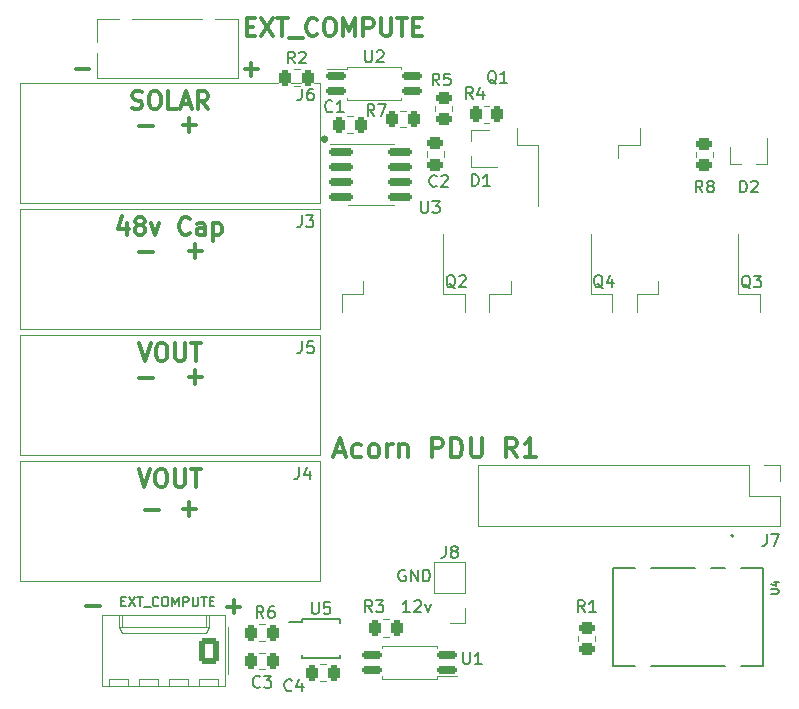
<source format=gto>
%TF.GenerationSoftware,KiCad,Pcbnew,6.0.0-rc2*%
%TF.CreationDate,2022-01-03T19:22:05-08:00*%
%TF.ProjectId,acorn-power-electronics,61636f72-6e2d-4706-9f77-65722d656c65,rev?*%
%TF.SameCoordinates,Original*%
%TF.FileFunction,Legend,Top*%
%TF.FilePolarity,Positive*%
%FSLAX46Y46*%
G04 Gerber Fmt 4.6, Leading zero omitted, Abs format (unit mm)*
G04 Created by KiCad (PCBNEW 6.0.0-rc2) date 2022-01-03 19:22:05*
%MOMM*%
%LPD*%
G01*
G04 APERTURE LIST*
G04 Aperture macros list*
%AMRoundRect*
0 Rectangle with rounded corners*
0 $1 Rounding radius*
0 $2 $3 $4 $5 $6 $7 $8 $9 X,Y pos of 4 corners*
0 Add a 4 corners polygon primitive as box body*
4,1,4,$2,$3,$4,$5,$6,$7,$8,$9,$2,$3,0*
0 Add four circle primitives for the rounded corners*
1,1,$1+$1,$2,$3*
1,1,$1+$1,$4,$5*
1,1,$1+$1,$6,$7*
1,1,$1+$1,$8,$9*
0 Add four rect primitives between the rounded corners*
20,1,$1+$1,$2,$3,$4,$5,0*
20,1,$1+$1,$4,$5,$6,$7,0*
20,1,$1+$1,$6,$7,$8,$9,0*
20,1,$1+$1,$8,$9,$2,$3,0*%
G04 Aperture macros list end*
%ADD10C,0.250000*%
%ADD11C,0.300000*%
%ADD12C,0.150000*%
%ADD13C,0.200000*%
%ADD14C,0.120000*%
%ADD15C,0.127000*%
%ADD16C,8.000000*%
%ADD17R,1.700000X1.700000*%
%ADD18O,1.700000X1.700000*%
%ADD19RoundRect,0.243750X-0.456250X0.243750X-0.456250X-0.243750X0.456250X-0.243750X0.456250X0.243750X0*%
%ADD20RoundRect,0.243750X0.243750X0.456250X-0.243750X0.456250X-0.243750X-0.456250X0.243750X-0.456250X0*%
%ADD21RoundRect,0.243750X-0.243750X-0.456250X0.243750X-0.456250X0.243750X0.456250X-0.243750X0.456250X0*%
%ADD22C,3.700000*%
%ADD23RoundRect,0.150000X-0.825000X-0.150000X0.825000X-0.150000X0.825000X0.150000X-0.825000X0.150000X0*%
%ADD24R,1.100000X0.250000*%
%ADD25R,1.100000X4.600000*%
%ADD26R,10.800000X9.400000*%
%ADD27RoundRect,0.250000X0.620000X0.845000X-0.620000X0.845000X-0.620000X-0.845000X0.620000X-0.845000X0*%
%ADD28O,1.740000X2.190000*%
%ADD29RoundRect,0.250000X0.262500X0.450000X-0.262500X0.450000X-0.262500X-0.450000X0.262500X-0.450000X0*%
%ADD30RoundRect,0.150000X-0.662500X-0.150000X0.662500X-0.150000X0.662500X0.150000X-0.662500X0.150000X0*%
%ADD31RoundRect,0.150000X0.662500X0.150000X-0.662500X0.150000X-0.662500X-0.150000X0.662500X-0.150000X0*%
%ADD32R,1.000000X2.100000*%
%ADD33RoundRect,0.250000X0.450000X-0.262500X0.450000X0.262500X-0.450000X0.262500X-0.450000X-0.262500X0*%
%ADD34C,5.000000*%
%ADD35R,0.800000X0.900000*%
%ADD36RoundRect,0.250000X-0.262500X-0.450000X0.262500X-0.450000X0.262500X0.450000X-0.262500X0.450000X0*%
%ADD37R,0.900000X0.800000*%
%ADD38RoundRect,0.250000X-0.450000X0.262500X-0.450000X-0.262500X0.450000X-0.262500X0.450000X0.262500X0*%
G04 APERTURE END LIST*
D10*
X91000000Y-97200000D02*
G75*
G03*
X91000000Y-97200000I-200000J0D01*
G01*
D11*
X91714285Y-123691000D02*
X92500000Y-123691000D01*
X91557142Y-124162428D02*
X92107142Y-122512428D01*
X92657142Y-124162428D01*
X93914285Y-124083857D02*
X93757142Y-124162428D01*
X93442857Y-124162428D01*
X93285714Y-124083857D01*
X93207142Y-124005285D01*
X93128571Y-123848142D01*
X93128571Y-123376714D01*
X93207142Y-123219571D01*
X93285714Y-123141000D01*
X93442857Y-123062428D01*
X93757142Y-123062428D01*
X93914285Y-123141000D01*
X94857142Y-124162428D02*
X94700000Y-124083857D01*
X94621428Y-124005285D01*
X94542857Y-123848142D01*
X94542857Y-123376714D01*
X94621428Y-123219571D01*
X94700000Y-123141000D01*
X94857142Y-123062428D01*
X95092857Y-123062428D01*
X95250000Y-123141000D01*
X95328571Y-123219571D01*
X95407142Y-123376714D01*
X95407142Y-123848142D01*
X95328571Y-124005285D01*
X95250000Y-124083857D01*
X95092857Y-124162428D01*
X94857142Y-124162428D01*
X96114285Y-124162428D02*
X96114285Y-123062428D01*
X96114285Y-123376714D02*
X96192857Y-123219571D01*
X96271428Y-123141000D01*
X96428571Y-123062428D01*
X96585714Y-123062428D01*
X97135714Y-123062428D02*
X97135714Y-124162428D01*
X97135714Y-123219571D02*
X97214285Y-123141000D01*
X97371428Y-123062428D01*
X97607142Y-123062428D01*
X97764285Y-123141000D01*
X97842857Y-123298142D01*
X97842857Y-124162428D01*
X99885714Y-124162428D02*
X99885714Y-122512428D01*
X100514285Y-122512428D01*
X100671428Y-122591000D01*
X100750000Y-122669571D01*
X100828571Y-122826714D01*
X100828571Y-123062428D01*
X100750000Y-123219571D01*
X100671428Y-123298142D01*
X100514285Y-123376714D01*
X99885714Y-123376714D01*
X101535714Y-124162428D02*
X101535714Y-122512428D01*
X101928571Y-122512428D01*
X102164285Y-122591000D01*
X102321428Y-122748142D01*
X102400000Y-122905285D01*
X102478571Y-123219571D01*
X102478571Y-123455285D01*
X102400000Y-123769571D01*
X102321428Y-123926714D01*
X102164285Y-124083857D01*
X101928571Y-124162428D01*
X101535714Y-124162428D01*
X103185714Y-122512428D02*
X103185714Y-123848142D01*
X103264285Y-124005285D01*
X103342857Y-124083857D01*
X103500000Y-124162428D01*
X103814285Y-124162428D01*
X103971428Y-124083857D01*
X104050000Y-124005285D01*
X104128571Y-123848142D01*
X104128571Y-122512428D01*
X107114285Y-124162428D02*
X106564285Y-123376714D01*
X106171428Y-124162428D02*
X106171428Y-122512428D01*
X106800000Y-122512428D01*
X106957142Y-122591000D01*
X107035714Y-122669571D01*
X107114285Y-122826714D01*
X107114285Y-123062428D01*
X107035714Y-123219571D01*
X106957142Y-123298142D01*
X106800000Y-123376714D01*
X106171428Y-123376714D01*
X108685714Y-124162428D02*
X107742857Y-124162428D01*
X108214285Y-124162428D02*
X108214285Y-122512428D01*
X108057142Y-122748142D01*
X107900000Y-122905285D01*
X107742857Y-122983857D01*
D12*
X98028571Y-137252380D02*
X97457142Y-137252380D01*
X97742857Y-137252380D02*
X97742857Y-136252380D01*
X97647619Y-136395238D01*
X97552380Y-136490476D01*
X97457142Y-136538095D01*
X98409523Y-136347619D02*
X98457142Y-136300000D01*
X98552380Y-136252380D01*
X98790476Y-136252380D01*
X98885714Y-136300000D01*
X98933333Y-136347619D01*
X98980952Y-136442857D01*
X98980952Y-136538095D01*
X98933333Y-136680952D01*
X98361904Y-137252380D01*
X98980952Y-137252380D01*
X99314285Y-136585714D02*
X99552380Y-137252380D01*
X99790476Y-136585714D01*
X97638095Y-133700000D02*
X97542857Y-133652380D01*
X97400000Y-133652380D01*
X97257142Y-133700000D01*
X97161904Y-133795238D01*
X97114285Y-133890476D01*
X97066666Y-134080952D01*
X97066666Y-134223809D01*
X97114285Y-134414285D01*
X97161904Y-134509523D01*
X97257142Y-134604761D01*
X97400000Y-134652380D01*
X97495238Y-134652380D01*
X97638095Y-134604761D01*
X97685714Y-134557142D01*
X97685714Y-134223809D01*
X97495238Y-134223809D01*
X98114285Y-134652380D02*
X98114285Y-133652380D01*
X98685714Y-134652380D01*
X98685714Y-133652380D01*
X99161904Y-134652380D02*
X99161904Y-133652380D01*
X99400000Y-133652380D01*
X99542857Y-133700000D01*
X99638095Y-133795238D01*
X99685714Y-133890476D01*
X99733333Y-134080952D01*
X99733333Y-134223809D01*
X99685714Y-134414285D01*
X99638095Y-134509523D01*
X99542857Y-134604761D01*
X99400000Y-134652380D01*
X99161904Y-134652380D01*
D11*
X74045428Y-104326571D02*
X74045428Y-105326571D01*
X73688285Y-103755142D02*
X73331142Y-104826571D01*
X74259714Y-104826571D01*
X75045428Y-104469428D02*
X74902571Y-104398000D01*
X74831142Y-104326571D01*
X74759714Y-104183714D01*
X74759714Y-104112285D01*
X74831142Y-103969428D01*
X74902571Y-103898000D01*
X75045428Y-103826571D01*
X75331142Y-103826571D01*
X75474000Y-103898000D01*
X75545428Y-103969428D01*
X75616857Y-104112285D01*
X75616857Y-104183714D01*
X75545428Y-104326571D01*
X75474000Y-104398000D01*
X75331142Y-104469428D01*
X75045428Y-104469428D01*
X74902571Y-104540857D01*
X74831142Y-104612285D01*
X74759714Y-104755142D01*
X74759714Y-105040857D01*
X74831142Y-105183714D01*
X74902571Y-105255142D01*
X75045428Y-105326571D01*
X75331142Y-105326571D01*
X75474000Y-105255142D01*
X75545428Y-105183714D01*
X75616857Y-105040857D01*
X75616857Y-104755142D01*
X75545428Y-104612285D01*
X75474000Y-104540857D01*
X75331142Y-104469428D01*
X76116857Y-104326571D02*
X76474000Y-105326571D01*
X76831142Y-104326571D01*
X79402571Y-105183714D02*
X79331142Y-105255142D01*
X79116857Y-105326571D01*
X78974000Y-105326571D01*
X78759714Y-105255142D01*
X78616857Y-105112285D01*
X78545428Y-104969428D01*
X78474000Y-104683714D01*
X78474000Y-104469428D01*
X78545428Y-104183714D01*
X78616857Y-104040857D01*
X78759714Y-103898000D01*
X78974000Y-103826571D01*
X79116857Y-103826571D01*
X79331142Y-103898000D01*
X79402571Y-103969428D01*
X80688285Y-105326571D02*
X80688285Y-104540857D01*
X80616857Y-104398000D01*
X80474000Y-104326571D01*
X80188285Y-104326571D01*
X80045428Y-104398000D01*
X80688285Y-105255142D02*
X80545428Y-105326571D01*
X80188285Y-105326571D01*
X80045428Y-105255142D01*
X79974000Y-105112285D01*
X79974000Y-104969428D01*
X80045428Y-104826571D01*
X80188285Y-104755142D01*
X80545428Y-104755142D01*
X80688285Y-104683714D01*
X81402571Y-104326571D02*
X81402571Y-105826571D01*
X81402571Y-104398000D02*
X81545428Y-104326571D01*
X81831142Y-104326571D01*
X81974000Y-104398000D01*
X82045428Y-104469428D01*
X82116857Y-104612285D01*
X82116857Y-105040857D01*
X82045428Y-105183714D01*
X81974000Y-105255142D01*
X81831142Y-105326571D01*
X81545428Y-105326571D01*
X81402571Y-105255142D01*
X74509714Y-94587142D02*
X74724000Y-94658571D01*
X75081142Y-94658571D01*
X75224000Y-94587142D01*
X75295428Y-94515714D01*
X75366857Y-94372857D01*
X75366857Y-94230000D01*
X75295428Y-94087142D01*
X75224000Y-94015714D01*
X75081142Y-93944285D01*
X74795428Y-93872857D01*
X74652571Y-93801428D01*
X74581142Y-93730000D01*
X74509714Y-93587142D01*
X74509714Y-93444285D01*
X74581142Y-93301428D01*
X74652571Y-93230000D01*
X74795428Y-93158571D01*
X75152571Y-93158571D01*
X75366857Y-93230000D01*
X76295428Y-93158571D02*
X76581142Y-93158571D01*
X76724000Y-93230000D01*
X76866857Y-93372857D01*
X76938285Y-93658571D01*
X76938285Y-94158571D01*
X76866857Y-94444285D01*
X76724000Y-94587142D01*
X76581142Y-94658571D01*
X76295428Y-94658571D01*
X76152571Y-94587142D01*
X76009714Y-94444285D01*
X75938285Y-94158571D01*
X75938285Y-93658571D01*
X76009714Y-93372857D01*
X76152571Y-93230000D01*
X76295428Y-93158571D01*
X78295428Y-94658571D02*
X77581142Y-94658571D01*
X77581142Y-93158571D01*
X78724000Y-94230000D02*
X79438285Y-94230000D01*
X78581142Y-94658571D02*
X79081142Y-93158571D01*
X79581142Y-94658571D01*
X80938285Y-94658571D02*
X80438285Y-93944285D01*
X80081142Y-94658571D02*
X80081142Y-93158571D01*
X80652571Y-93158571D01*
X80795428Y-93230000D01*
X80866857Y-93301428D01*
X80938285Y-93444285D01*
X80938285Y-93658571D01*
X80866857Y-93801428D01*
X80795428Y-93872857D01*
X80652571Y-93944285D01*
X80081142Y-93944285D01*
X79355142Y-96583428D02*
X79355142Y-95440571D01*
X79926571Y-96012000D02*
X78783714Y-96012000D01*
X75081142Y-114494571D02*
X75581142Y-115994571D01*
X76081142Y-114494571D01*
X76866857Y-114494571D02*
X77152571Y-114494571D01*
X77295428Y-114566000D01*
X77438285Y-114708857D01*
X77509714Y-114994571D01*
X77509714Y-115494571D01*
X77438285Y-115780285D01*
X77295428Y-115923142D01*
X77152571Y-115994571D01*
X76866857Y-115994571D01*
X76724000Y-115923142D01*
X76581142Y-115780285D01*
X76509714Y-115494571D01*
X76509714Y-114994571D01*
X76581142Y-114708857D01*
X76724000Y-114566000D01*
X76866857Y-114494571D01*
X78152571Y-114494571D02*
X78152571Y-115708857D01*
X78224000Y-115851714D01*
X78295428Y-115923142D01*
X78438285Y-115994571D01*
X78724000Y-115994571D01*
X78866857Y-115923142D01*
X78938285Y-115851714D01*
X79009714Y-115708857D01*
X79009714Y-114494571D01*
X79509714Y-114494571D02*
X80366857Y-114494571D01*
X79938285Y-115994571D02*
X79938285Y-114494571D01*
X79863142Y-117919428D02*
X79863142Y-116776571D01*
X80434571Y-117348000D02*
X79291714Y-117348000D01*
X75057142Y-125162571D02*
X75557142Y-126662571D01*
X76057142Y-125162571D01*
X76842857Y-125162571D02*
X77128571Y-125162571D01*
X77271428Y-125234000D01*
X77414285Y-125376857D01*
X77485714Y-125662571D01*
X77485714Y-126162571D01*
X77414285Y-126448285D01*
X77271428Y-126591142D01*
X77128571Y-126662571D01*
X76842857Y-126662571D01*
X76700000Y-126591142D01*
X76557142Y-126448285D01*
X76485714Y-126162571D01*
X76485714Y-125662571D01*
X76557142Y-125376857D01*
X76700000Y-125234000D01*
X76842857Y-125162571D01*
X78128571Y-125162571D02*
X78128571Y-126376857D01*
X78200000Y-126519714D01*
X78271428Y-126591142D01*
X78414285Y-126662571D01*
X78700000Y-126662571D01*
X78842857Y-126591142D01*
X78914285Y-126519714D01*
X78985714Y-126376857D01*
X78985714Y-125162571D01*
X79485714Y-125162571D02*
X80342857Y-125162571D01*
X79914285Y-126662571D02*
X79914285Y-125162571D01*
X75120571Y-106787142D02*
X76263428Y-106787142D01*
X75120571Y-96119142D02*
X76263428Y-96119142D01*
X79863142Y-107251428D02*
X79863142Y-106108571D01*
X80434571Y-106680000D02*
X79291714Y-106680000D01*
X75628571Y-128631142D02*
X76771428Y-128631142D01*
X79355142Y-129095428D02*
X79355142Y-127952571D01*
X79926571Y-128524000D02*
X78783714Y-128524000D01*
X75120571Y-117455142D02*
X76263428Y-117455142D01*
X84242857Y-87692857D02*
X84742857Y-87692857D01*
X84957142Y-88478571D02*
X84242857Y-88478571D01*
X84242857Y-86978571D01*
X84957142Y-86978571D01*
X85457142Y-86978571D02*
X86457142Y-88478571D01*
X86457142Y-86978571D02*
X85457142Y-88478571D01*
X86814285Y-86978571D02*
X87671428Y-86978571D01*
X87242857Y-88478571D02*
X87242857Y-86978571D01*
X87814285Y-88621428D02*
X88957142Y-88621428D01*
X90171428Y-88335714D02*
X90100000Y-88407142D01*
X89885714Y-88478571D01*
X89742857Y-88478571D01*
X89528571Y-88407142D01*
X89385714Y-88264285D01*
X89314285Y-88121428D01*
X89242857Y-87835714D01*
X89242857Y-87621428D01*
X89314285Y-87335714D01*
X89385714Y-87192857D01*
X89528571Y-87050000D01*
X89742857Y-86978571D01*
X89885714Y-86978571D01*
X90100000Y-87050000D01*
X90171428Y-87121428D01*
X91100000Y-86978571D02*
X91385714Y-86978571D01*
X91528571Y-87050000D01*
X91671428Y-87192857D01*
X91742857Y-87478571D01*
X91742857Y-87978571D01*
X91671428Y-88264285D01*
X91528571Y-88407142D01*
X91385714Y-88478571D01*
X91100000Y-88478571D01*
X90957142Y-88407142D01*
X90814285Y-88264285D01*
X90742857Y-87978571D01*
X90742857Y-87478571D01*
X90814285Y-87192857D01*
X90957142Y-87050000D01*
X91100000Y-86978571D01*
X92385714Y-88478571D02*
X92385714Y-86978571D01*
X92885714Y-88050000D01*
X93385714Y-86978571D01*
X93385714Y-88478571D01*
X94100000Y-88478571D02*
X94100000Y-86978571D01*
X94671428Y-86978571D01*
X94814285Y-87050000D01*
X94885714Y-87121428D01*
X94957142Y-87264285D01*
X94957142Y-87478571D01*
X94885714Y-87621428D01*
X94814285Y-87692857D01*
X94671428Y-87764285D01*
X94100000Y-87764285D01*
X95600000Y-86978571D02*
X95600000Y-88192857D01*
X95671428Y-88335714D01*
X95742857Y-88407142D01*
X95885714Y-88478571D01*
X96171428Y-88478571D01*
X96314285Y-88407142D01*
X96385714Y-88335714D01*
X96457142Y-88192857D01*
X96457142Y-86978571D01*
X96957142Y-86978571D02*
X97814285Y-86978571D01*
X97385714Y-88478571D02*
X97385714Y-86978571D01*
X98314285Y-87692857D02*
X98814285Y-87692857D01*
X99028571Y-88478571D02*
X98314285Y-88478571D01*
X98314285Y-86978571D01*
X99028571Y-86978571D01*
D13*
X73576190Y-136342857D02*
X73842857Y-136342857D01*
X73957142Y-136761904D02*
X73576190Y-136761904D01*
X73576190Y-135961904D01*
X73957142Y-135961904D01*
X74223809Y-135961904D02*
X74757142Y-136761904D01*
X74757142Y-135961904D02*
X74223809Y-136761904D01*
X74947619Y-135961904D02*
X75404761Y-135961904D01*
X75176190Y-136761904D02*
X75176190Y-135961904D01*
X75480952Y-136838095D02*
X76090476Y-136838095D01*
X76738095Y-136685714D02*
X76700000Y-136723809D01*
X76585714Y-136761904D01*
X76509523Y-136761904D01*
X76395238Y-136723809D01*
X76319047Y-136647619D01*
X76280952Y-136571428D01*
X76242857Y-136419047D01*
X76242857Y-136304761D01*
X76280952Y-136152380D01*
X76319047Y-136076190D01*
X76395238Y-136000000D01*
X76509523Y-135961904D01*
X76585714Y-135961904D01*
X76700000Y-136000000D01*
X76738095Y-136038095D01*
X77233333Y-135961904D02*
X77385714Y-135961904D01*
X77461904Y-136000000D01*
X77538095Y-136076190D01*
X77576190Y-136228571D01*
X77576190Y-136495238D01*
X77538095Y-136647619D01*
X77461904Y-136723809D01*
X77385714Y-136761904D01*
X77233333Y-136761904D01*
X77157142Y-136723809D01*
X77080952Y-136647619D01*
X77042857Y-136495238D01*
X77042857Y-136228571D01*
X77080952Y-136076190D01*
X77157142Y-136000000D01*
X77233333Y-135961904D01*
X77919047Y-136761904D02*
X77919047Y-135961904D01*
X78185714Y-136533333D01*
X78452380Y-135961904D01*
X78452380Y-136761904D01*
X78833333Y-136761904D02*
X78833333Y-135961904D01*
X79138095Y-135961904D01*
X79214285Y-136000000D01*
X79252380Y-136038095D01*
X79290476Y-136114285D01*
X79290476Y-136228571D01*
X79252380Y-136304761D01*
X79214285Y-136342857D01*
X79138095Y-136380952D01*
X78833333Y-136380952D01*
X79633333Y-135961904D02*
X79633333Y-136609523D01*
X79671428Y-136685714D01*
X79709523Y-136723809D01*
X79785714Y-136761904D01*
X79938095Y-136761904D01*
X80014285Y-136723809D01*
X80052380Y-136685714D01*
X80090476Y-136609523D01*
X80090476Y-135961904D01*
X80357142Y-135961904D02*
X80814285Y-135961904D01*
X80585714Y-136761904D02*
X80585714Y-135961904D01*
X81080952Y-136342857D02*
X81347619Y-136342857D01*
X81461904Y-136761904D02*
X81080952Y-136761904D01*
X81080952Y-135961904D01*
X81461904Y-135961904D01*
D11*
X70628571Y-136707142D02*
X71771428Y-136707142D01*
X84607142Y-91871428D02*
X84607142Y-90728571D01*
X85178571Y-91300000D02*
X84035714Y-91300000D01*
X69728571Y-91307142D02*
X70871428Y-91307142D01*
X83107142Y-137371428D02*
X83107142Y-136228571D01*
X83678571Y-136800000D02*
X82535714Y-136800000D01*
D12*
X88640666Y-124992380D02*
X88640666Y-125706666D01*
X88593047Y-125849523D01*
X88497809Y-125944761D01*
X88354952Y-125992380D01*
X88259714Y-125992380D01*
X89545428Y-125325714D02*
X89545428Y-125992380D01*
X89307333Y-124944761D02*
X89069238Y-125659047D01*
X89688285Y-125659047D01*
X128266666Y-130652380D02*
X128266666Y-131366666D01*
X128219047Y-131509523D01*
X128123809Y-131604761D01*
X127980952Y-131652380D01*
X127885714Y-131652380D01*
X128647619Y-130652380D02*
X129314285Y-130652380D01*
X128885714Y-131652380D01*
X100305333Y-101162142D02*
X100257714Y-101209761D01*
X100114857Y-101257380D01*
X100019619Y-101257380D01*
X99876761Y-101209761D01*
X99781523Y-101114523D01*
X99733904Y-101019285D01*
X99686285Y-100828809D01*
X99686285Y-100685952D01*
X99733904Y-100495476D01*
X99781523Y-100400238D01*
X99876761Y-100305000D01*
X100019619Y-100257380D01*
X100114857Y-100257380D01*
X100257714Y-100305000D01*
X100305333Y-100352619D01*
X100686285Y-100352619D02*
X100733904Y-100305000D01*
X100829142Y-100257380D01*
X101067238Y-100257380D01*
X101162476Y-100305000D01*
X101210095Y-100352619D01*
X101257714Y-100447857D01*
X101257714Y-100543095D01*
X101210095Y-100685952D01*
X100638666Y-101257380D01*
X101257714Y-101257380D01*
X85633333Y-137752380D02*
X85300000Y-137276190D01*
X85061904Y-137752380D02*
X85061904Y-136752380D01*
X85442857Y-136752380D01*
X85538095Y-136800000D01*
X85585714Y-136847619D01*
X85633333Y-136942857D01*
X85633333Y-137085714D01*
X85585714Y-137180952D01*
X85538095Y-137228571D01*
X85442857Y-137276190D01*
X85061904Y-137276190D01*
X86490476Y-136752380D02*
X86300000Y-136752380D01*
X86204761Y-136800000D01*
X86157142Y-136847619D01*
X86061904Y-136990476D01*
X86014285Y-137180952D01*
X86014285Y-137561904D01*
X86061904Y-137657142D01*
X86109523Y-137704761D01*
X86204761Y-137752380D01*
X86395238Y-137752380D01*
X86490476Y-137704761D01*
X86538095Y-137657142D01*
X86585714Y-137561904D01*
X86585714Y-137323809D01*
X86538095Y-137228571D01*
X86490476Y-137180952D01*
X86395238Y-137133333D01*
X86204761Y-137133333D01*
X86109523Y-137180952D01*
X86061904Y-137228571D01*
X86014285Y-137323809D01*
X95017333Y-95242380D02*
X94684000Y-94766190D01*
X94445904Y-95242380D02*
X94445904Y-94242380D01*
X94826857Y-94242380D01*
X94922095Y-94290000D01*
X94969714Y-94337619D01*
X95017333Y-94432857D01*
X95017333Y-94575714D01*
X94969714Y-94670952D01*
X94922095Y-94718571D01*
X94826857Y-94766190D01*
X94445904Y-94766190D01*
X95350666Y-94242380D02*
X96017333Y-94242380D01*
X95588761Y-95242380D01*
X101066666Y-131652380D02*
X101066666Y-132366666D01*
X101019047Y-132509523D01*
X100923809Y-132604761D01*
X100780952Y-132652380D01*
X100685714Y-132652380D01*
X101685714Y-132080952D02*
X101590476Y-132033333D01*
X101542857Y-131985714D01*
X101495238Y-131890476D01*
X101495238Y-131842857D01*
X101542857Y-131747619D01*
X101590476Y-131700000D01*
X101685714Y-131652380D01*
X101876190Y-131652380D01*
X101971428Y-131700000D01*
X102019047Y-131747619D01*
X102066666Y-131842857D01*
X102066666Y-131890476D01*
X102019047Y-131985714D01*
X101971428Y-132033333D01*
X101876190Y-132080952D01*
X101685714Y-132080952D01*
X101590476Y-132128571D01*
X101542857Y-132176190D01*
X101495238Y-132271428D01*
X101495238Y-132461904D01*
X101542857Y-132557142D01*
X101590476Y-132604761D01*
X101685714Y-132652380D01*
X101876190Y-132652380D01*
X101971428Y-132604761D01*
X102019047Y-132557142D01*
X102066666Y-132461904D01*
X102066666Y-132271428D01*
X102019047Y-132176190D01*
X101971428Y-132128571D01*
X101876190Y-132080952D01*
X88890666Y-114324380D02*
X88890666Y-115038666D01*
X88843047Y-115181523D01*
X88747809Y-115276761D01*
X88604952Y-115324380D01*
X88509714Y-115324380D01*
X89843047Y-114324380D02*
X89366857Y-114324380D01*
X89319238Y-114800571D01*
X89366857Y-114752952D01*
X89462095Y-114705333D01*
X89700190Y-114705333D01*
X89795428Y-114752952D01*
X89843047Y-114800571D01*
X89890666Y-114895809D01*
X89890666Y-115133904D01*
X89843047Y-115229142D01*
X89795428Y-115276761D01*
X89700190Y-115324380D01*
X89462095Y-115324380D01*
X89366857Y-115276761D01*
X89319238Y-115229142D01*
X91460333Y-94829142D02*
X91412714Y-94876761D01*
X91269857Y-94924380D01*
X91174619Y-94924380D01*
X91031761Y-94876761D01*
X90936523Y-94781523D01*
X90888904Y-94686285D01*
X90841285Y-94495809D01*
X90841285Y-94352952D01*
X90888904Y-94162476D01*
X90936523Y-94067238D01*
X91031761Y-93972000D01*
X91174619Y-93924380D01*
X91269857Y-93924380D01*
X91412714Y-93972000D01*
X91460333Y-94019619D01*
X92412714Y-94924380D02*
X91841285Y-94924380D01*
X92127000Y-94924380D02*
X92127000Y-93924380D01*
X92031761Y-94067238D01*
X91936523Y-94162476D01*
X91841285Y-94210095D01*
X88866666Y-103656380D02*
X88866666Y-104370666D01*
X88819047Y-104513523D01*
X88723809Y-104608761D01*
X88580952Y-104656380D01*
X88485714Y-104656380D01*
X89247619Y-103656380D02*
X89866666Y-103656380D01*
X89533333Y-104037333D01*
X89676190Y-104037333D01*
X89771428Y-104084952D01*
X89819047Y-104132571D01*
X89866666Y-104227809D01*
X89866666Y-104465904D01*
X89819047Y-104561142D01*
X89771428Y-104608761D01*
X89676190Y-104656380D01*
X89390476Y-104656380D01*
X89295238Y-104608761D01*
X89247619Y-104561142D01*
X85333333Y-143557142D02*
X85285714Y-143604761D01*
X85142857Y-143652380D01*
X85047619Y-143652380D01*
X84904761Y-143604761D01*
X84809523Y-143509523D01*
X84761904Y-143414285D01*
X84714285Y-143223809D01*
X84714285Y-143080952D01*
X84761904Y-142890476D01*
X84809523Y-142795238D01*
X84904761Y-142700000D01*
X85047619Y-142652380D01*
X85142857Y-142652380D01*
X85285714Y-142700000D01*
X85333333Y-142747619D01*
X85666666Y-142652380D02*
X86285714Y-142652380D01*
X85952380Y-143033333D01*
X86095238Y-143033333D01*
X86190476Y-143080952D01*
X86238095Y-143128571D01*
X86285714Y-143223809D01*
X86285714Y-143461904D01*
X86238095Y-143557142D01*
X86190476Y-143604761D01*
X86095238Y-143652380D01*
X85809523Y-143652380D01*
X85714285Y-143604761D01*
X85666666Y-143557142D01*
X98988095Y-102452380D02*
X98988095Y-103261904D01*
X99035714Y-103357142D01*
X99083333Y-103404761D01*
X99178571Y-103452380D01*
X99369047Y-103452380D01*
X99464285Y-103404761D01*
X99511904Y-103357142D01*
X99559523Y-103261904D01*
X99559523Y-102452380D01*
X99940476Y-102452380D02*
X100559523Y-102452380D01*
X100226190Y-102833333D01*
X100369047Y-102833333D01*
X100464285Y-102880952D01*
X100511904Y-102928571D01*
X100559523Y-103023809D01*
X100559523Y-103261904D01*
X100511904Y-103357142D01*
X100464285Y-103404761D01*
X100369047Y-103452380D01*
X100083333Y-103452380D01*
X99988095Y-103404761D01*
X99940476Y-103357142D01*
X88890666Y-92924380D02*
X88890666Y-93638666D01*
X88843047Y-93781523D01*
X88747809Y-93876761D01*
X88604952Y-93924380D01*
X88509714Y-93924380D01*
X89795428Y-92924380D02*
X89604952Y-92924380D01*
X89509714Y-92972000D01*
X89462095Y-93019619D01*
X89366857Y-93162476D01*
X89319238Y-93352952D01*
X89319238Y-93733904D01*
X89366857Y-93829142D01*
X89414476Y-93876761D01*
X89509714Y-93924380D01*
X89700190Y-93924380D01*
X89795428Y-93876761D01*
X89843047Y-93829142D01*
X89890666Y-93733904D01*
X89890666Y-93495809D01*
X89843047Y-93400571D01*
X89795428Y-93352952D01*
X89700190Y-93305333D01*
X89509714Y-93305333D01*
X89414476Y-93352952D01*
X89366857Y-93400571D01*
X89319238Y-93495809D01*
X88033333Y-143857142D02*
X87985714Y-143904761D01*
X87842857Y-143952380D01*
X87747619Y-143952380D01*
X87604761Y-143904761D01*
X87509523Y-143809523D01*
X87461904Y-143714285D01*
X87414285Y-143523809D01*
X87414285Y-143380952D01*
X87461904Y-143190476D01*
X87509523Y-143095238D01*
X87604761Y-143000000D01*
X87747619Y-142952380D01*
X87842857Y-142952380D01*
X87985714Y-143000000D01*
X88033333Y-143047619D01*
X88890476Y-143285714D02*
X88890476Y-143952380D01*
X88652380Y-142904761D02*
X88414285Y-143619047D01*
X89033333Y-143619047D01*
X88270833Y-90802380D02*
X87937500Y-90326190D01*
X87699404Y-90802380D02*
X87699404Y-89802380D01*
X88080357Y-89802380D01*
X88175595Y-89850000D01*
X88223214Y-89897619D01*
X88270833Y-89992857D01*
X88270833Y-90135714D01*
X88223214Y-90230952D01*
X88175595Y-90278571D01*
X88080357Y-90326190D01*
X87699404Y-90326190D01*
X88651785Y-89897619D02*
X88699404Y-89850000D01*
X88794642Y-89802380D01*
X89032738Y-89802380D01*
X89127976Y-89850000D01*
X89175595Y-89897619D01*
X89223214Y-89992857D01*
X89223214Y-90088095D01*
X89175595Y-90230952D01*
X88604166Y-90802380D01*
X89223214Y-90802380D01*
X89738095Y-136402380D02*
X89738095Y-137211904D01*
X89785714Y-137307142D01*
X89833333Y-137354761D01*
X89928571Y-137402380D01*
X90119047Y-137402380D01*
X90214285Y-137354761D01*
X90261904Y-137307142D01*
X90309523Y-137211904D01*
X90309523Y-136402380D01*
X91261904Y-136402380D02*
X90785714Y-136402380D01*
X90738095Y-136878571D01*
X90785714Y-136830952D01*
X90880952Y-136783333D01*
X91119047Y-136783333D01*
X91214285Y-136830952D01*
X91261904Y-136878571D01*
X91309523Y-136973809D01*
X91309523Y-137211904D01*
X91261904Y-137307142D01*
X91214285Y-137354761D01*
X91119047Y-137402380D01*
X90880952Y-137402380D01*
X90785714Y-137354761D01*
X90738095Y-137307142D01*
X114368761Y-109829619D02*
X114273523Y-109782000D01*
X114178285Y-109686761D01*
X114035428Y-109543904D01*
X113940190Y-109496285D01*
X113844952Y-109496285D01*
X113892571Y-109734380D02*
X113797333Y-109686761D01*
X113702095Y-109591523D01*
X113654476Y-109401047D01*
X113654476Y-109067714D01*
X113702095Y-108877238D01*
X113797333Y-108782000D01*
X113892571Y-108734380D01*
X114083047Y-108734380D01*
X114178285Y-108782000D01*
X114273523Y-108877238D01*
X114321142Y-109067714D01*
X114321142Y-109401047D01*
X114273523Y-109591523D01*
X114178285Y-109686761D01*
X114083047Y-109734380D01*
X113892571Y-109734380D01*
X115178285Y-109067714D02*
X115178285Y-109734380D01*
X114940190Y-108686761D02*
X114702095Y-109401047D01*
X115321142Y-109401047D01*
X103357333Y-93813316D02*
X103024000Y-93337126D01*
X102785904Y-93813316D02*
X102785904Y-92813316D01*
X103166857Y-92813316D01*
X103262095Y-92860936D01*
X103309714Y-92908555D01*
X103357333Y-93003793D01*
X103357333Y-93146650D01*
X103309714Y-93241888D01*
X103262095Y-93289507D01*
X103166857Y-93337126D01*
X102785904Y-93337126D01*
X104214476Y-93146650D02*
X104214476Y-93813316D01*
X103976380Y-92765697D02*
X103738285Y-93479983D01*
X104357333Y-93479983D01*
X105360761Y-92529619D02*
X105265523Y-92482000D01*
X105170285Y-92386761D01*
X105027428Y-92243904D01*
X104932190Y-92196285D01*
X104836952Y-92196285D01*
X104884571Y-92434380D02*
X104789333Y-92386761D01*
X104694095Y-92291523D01*
X104646476Y-92101047D01*
X104646476Y-91767714D01*
X104694095Y-91577238D01*
X104789333Y-91482000D01*
X104884571Y-91434380D01*
X105075047Y-91434380D01*
X105170285Y-91482000D01*
X105265523Y-91577238D01*
X105313142Y-91767714D01*
X105313142Y-92101047D01*
X105265523Y-92291523D01*
X105170285Y-92386761D01*
X105075047Y-92434380D01*
X104884571Y-92434380D01*
X106265523Y-92434380D02*
X105694095Y-92434380D01*
X105979809Y-92434380D02*
X105979809Y-91434380D01*
X105884571Y-91577238D01*
X105789333Y-91672476D01*
X105694095Y-91720095D01*
X101868761Y-109829619D02*
X101773523Y-109782000D01*
X101678285Y-109686761D01*
X101535428Y-109543904D01*
X101440190Y-109496285D01*
X101344952Y-109496285D01*
X101392571Y-109734380D02*
X101297333Y-109686761D01*
X101202095Y-109591523D01*
X101154476Y-109401047D01*
X101154476Y-109067714D01*
X101202095Y-108877238D01*
X101297333Y-108782000D01*
X101392571Y-108734380D01*
X101583047Y-108734380D01*
X101678285Y-108782000D01*
X101773523Y-108877238D01*
X101821142Y-109067714D01*
X101821142Y-109401047D01*
X101773523Y-109591523D01*
X101678285Y-109686761D01*
X101583047Y-109734380D01*
X101392571Y-109734380D01*
X102202095Y-108829619D02*
X102249714Y-108782000D01*
X102344952Y-108734380D01*
X102583047Y-108734380D01*
X102678285Y-108782000D01*
X102725904Y-108829619D01*
X102773523Y-108924857D01*
X102773523Y-109020095D01*
X102725904Y-109162952D01*
X102154476Y-109734380D01*
X102773523Y-109734380D01*
X126868761Y-109853619D02*
X126773523Y-109806000D01*
X126678285Y-109710761D01*
X126535428Y-109567904D01*
X126440190Y-109520285D01*
X126344952Y-109520285D01*
X126392571Y-109758380D02*
X126297333Y-109710761D01*
X126202095Y-109615523D01*
X126154476Y-109425047D01*
X126154476Y-109091714D01*
X126202095Y-108901238D01*
X126297333Y-108806000D01*
X126392571Y-108758380D01*
X126583047Y-108758380D01*
X126678285Y-108806000D01*
X126773523Y-108901238D01*
X126821142Y-109091714D01*
X126821142Y-109425047D01*
X126773523Y-109615523D01*
X126678285Y-109710761D01*
X126583047Y-109758380D01*
X126392571Y-109758380D01*
X127154476Y-108758380D02*
X127773523Y-108758380D01*
X127440190Y-109139333D01*
X127583047Y-109139333D01*
X127678285Y-109186952D01*
X127725904Y-109234571D01*
X127773523Y-109329809D01*
X127773523Y-109567904D01*
X127725904Y-109663142D01*
X127678285Y-109710761D01*
X127583047Y-109758380D01*
X127297333Y-109758380D01*
X127202095Y-109710761D01*
X127154476Y-109663142D01*
X94238095Y-89702380D02*
X94238095Y-90511904D01*
X94285714Y-90607142D01*
X94333333Y-90654761D01*
X94428571Y-90702380D01*
X94619047Y-90702380D01*
X94714285Y-90654761D01*
X94761904Y-90607142D01*
X94809523Y-90511904D01*
X94809523Y-89702380D01*
X95238095Y-89797619D02*
X95285714Y-89750000D01*
X95380952Y-89702380D01*
X95619047Y-89702380D01*
X95714285Y-89750000D01*
X95761904Y-89797619D01*
X95809523Y-89892857D01*
X95809523Y-89988095D01*
X95761904Y-90130952D01*
X95190476Y-90702380D01*
X95809523Y-90702380D01*
X102538095Y-140652380D02*
X102538095Y-141461904D01*
X102585714Y-141557142D01*
X102633333Y-141604761D01*
X102728571Y-141652380D01*
X102919047Y-141652380D01*
X103014285Y-141604761D01*
X103061904Y-141557142D01*
X103109523Y-141461904D01*
X103109523Y-140652380D01*
X104109523Y-141652380D02*
X103538095Y-141652380D01*
X103823809Y-141652380D02*
X103823809Y-140652380D01*
X103728571Y-140795238D01*
X103633333Y-140890476D01*
X103538095Y-140938095D01*
X128623474Y-135679468D02*
X129144356Y-135679468D01*
X129205636Y-135648828D01*
X129236276Y-135618188D01*
X129266916Y-135556908D01*
X129266916Y-135434347D01*
X129236276Y-135373067D01*
X129205636Y-135342427D01*
X129144356Y-135311787D01*
X128623474Y-135311787D01*
X128837955Y-134729625D02*
X129266916Y-134729625D01*
X128592834Y-134882826D02*
X129052436Y-135036026D01*
X129052436Y-134637705D01*
X100525333Y-92652380D02*
X100192000Y-92176190D01*
X99953904Y-92652380D02*
X99953904Y-91652380D01*
X100334857Y-91652380D01*
X100430095Y-91700000D01*
X100477714Y-91747619D01*
X100525333Y-91842857D01*
X100525333Y-91985714D01*
X100477714Y-92080952D01*
X100430095Y-92128571D01*
X100334857Y-92176190D01*
X99953904Y-92176190D01*
X101430095Y-91652380D02*
X100953904Y-91652380D01*
X100906285Y-92128571D01*
X100953904Y-92080952D01*
X101049142Y-92033333D01*
X101287238Y-92033333D01*
X101382476Y-92080952D01*
X101430095Y-92128571D01*
X101477714Y-92223809D01*
X101477714Y-92461904D01*
X101430095Y-92557142D01*
X101382476Y-92604761D01*
X101287238Y-92652380D01*
X101049142Y-92652380D01*
X100953904Y-92604761D01*
X100906285Y-92557142D01*
X125979904Y-101718380D02*
X125979904Y-100718380D01*
X126218000Y-100718380D01*
X126360857Y-100766000D01*
X126456095Y-100861238D01*
X126503714Y-100956476D01*
X126551333Y-101146952D01*
X126551333Y-101289809D01*
X126503714Y-101480285D01*
X126456095Y-101575523D01*
X126360857Y-101670761D01*
X126218000Y-101718380D01*
X125979904Y-101718380D01*
X126932285Y-100813619D02*
X126979904Y-100766000D01*
X127075142Y-100718380D01*
X127313238Y-100718380D01*
X127408476Y-100766000D01*
X127456095Y-100813619D01*
X127503714Y-100908857D01*
X127503714Y-101004095D01*
X127456095Y-101146952D01*
X126884666Y-101718380D01*
X127503714Y-101718380D01*
X94833333Y-137252380D02*
X94500000Y-136776190D01*
X94261904Y-137252380D02*
X94261904Y-136252380D01*
X94642857Y-136252380D01*
X94738095Y-136300000D01*
X94785714Y-136347619D01*
X94833333Y-136442857D01*
X94833333Y-136585714D01*
X94785714Y-136680952D01*
X94738095Y-136728571D01*
X94642857Y-136776190D01*
X94261904Y-136776190D01*
X95166666Y-136252380D02*
X95785714Y-136252380D01*
X95452380Y-136633333D01*
X95595238Y-136633333D01*
X95690476Y-136680952D01*
X95738095Y-136728571D01*
X95785714Y-136823809D01*
X95785714Y-137061904D01*
X95738095Y-137157142D01*
X95690476Y-137204761D01*
X95595238Y-137252380D01*
X95309523Y-137252380D01*
X95214285Y-137204761D01*
X95166666Y-137157142D01*
X103287904Y-101174380D02*
X103287904Y-100174380D01*
X103526000Y-100174380D01*
X103668857Y-100222000D01*
X103764095Y-100317238D01*
X103811714Y-100412476D01*
X103859333Y-100602952D01*
X103859333Y-100745809D01*
X103811714Y-100936285D01*
X103764095Y-101031523D01*
X103668857Y-101126761D01*
X103526000Y-101174380D01*
X103287904Y-101174380D01*
X104811714Y-101174380D02*
X104240285Y-101174380D01*
X104526000Y-101174380D02*
X104526000Y-100174380D01*
X104430761Y-100317238D01*
X104335523Y-100412476D01*
X104240285Y-100460095D01*
X112833333Y-137252380D02*
X112500000Y-136776190D01*
X112261904Y-137252380D02*
X112261904Y-136252380D01*
X112642857Y-136252380D01*
X112738095Y-136300000D01*
X112785714Y-136347619D01*
X112833333Y-136442857D01*
X112833333Y-136585714D01*
X112785714Y-136680952D01*
X112738095Y-136728571D01*
X112642857Y-136776190D01*
X112261904Y-136776190D01*
X113785714Y-137252380D02*
X113214285Y-137252380D01*
X113500000Y-137252380D02*
X113500000Y-136252380D01*
X113404761Y-136395238D01*
X113309523Y-136490476D01*
X113214285Y-136538095D01*
X122801333Y-101718380D02*
X122468000Y-101242190D01*
X122229904Y-101718380D02*
X122229904Y-100718380D01*
X122610857Y-100718380D01*
X122706095Y-100766000D01*
X122753714Y-100813619D01*
X122801333Y-100908857D01*
X122801333Y-101051714D01*
X122753714Y-101146952D01*
X122706095Y-101194571D01*
X122610857Y-101242190D01*
X122229904Y-101242190D01*
X123372761Y-101146952D02*
X123277523Y-101099333D01*
X123229904Y-101051714D01*
X123182285Y-100956476D01*
X123182285Y-100908857D01*
X123229904Y-100813619D01*
X123277523Y-100766000D01*
X123372761Y-100718380D01*
X123563238Y-100718380D01*
X123658476Y-100766000D01*
X123706095Y-100813619D01*
X123753714Y-100908857D01*
X123753714Y-100956476D01*
X123706095Y-101051714D01*
X123658476Y-101099333D01*
X123563238Y-101146952D01*
X123372761Y-101146952D01*
X123277523Y-101194571D01*
X123229904Y-101242190D01*
X123182285Y-101337428D01*
X123182285Y-101527904D01*
X123229904Y-101623142D01*
X123277523Y-101670761D01*
X123372761Y-101718380D01*
X123563238Y-101718380D01*
X123658476Y-101670761D01*
X123706095Y-101623142D01*
X123753714Y-101527904D01*
X123753714Y-101337428D01*
X123706095Y-101242190D01*
X123658476Y-101194571D01*
X123563238Y-101146952D01*
D14*
X65024000Y-134620000D02*
X65024000Y-124460000D01*
X90424000Y-124460000D02*
X90424000Y-134620000D01*
X90424000Y-134620000D02*
X65024000Y-134620000D01*
X65024000Y-124460000D02*
X90424000Y-124460000D01*
X129330000Y-127395000D02*
X129330000Y-129995000D01*
X126730000Y-124795000D02*
X126730000Y-127395000D01*
X126730000Y-127395000D02*
X129330000Y-127395000D01*
X126730000Y-124795000D02*
X103810000Y-124795000D01*
X129330000Y-124795000D02*
X129330000Y-126125000D01*
X103810000Y-124795000D02*
X103810000Y-129995000D01*
X128000000Y-124795000D02*
X129330000Y-124795000D01*
X129330000Y-129995000D02*
X103810000Y-129995000D01*
X100910000Y-98241422D02*
X100910000Y-98758578D01*
X99490000Y-98241422D02*
X99490000Y-98758578D01*
X85758578Y-139710000D02*
X85241422Y-139710000D01*
X85758578Y-138290000D02*
X85241422Y-138290000D01*
X97225422Y-94790000D02*
X97742578Y-94790000D01*
X97225422Y-96210000D02*
X97742578Y-96210000D01*
X102730000Y-136875000D02*
X102730000Y-138205000D01*
X102730000Y-138205000D02*
X101400000Y-138205000D01*
X102730000Y-135605000D02*
X102730000Y-133005000D01*
X102730000Y-133005000D02*
X100070000Y-133005000D01*
X100070000Y-135605000D02*
X100070000Y-133005000D01*
X102730000Y-135605000D02*
X100070000Y-135605000D01*
X90424000Y-113792000D02*
X90424000Y-123952000D01*
X90424000Y-123952000D02*
X65024000Y-123952000D01*
X65024000Y-113792000D02*
X90424000Y-113792000D01*
X65024000Y-123952000D02*
X65024000Y-113792000D01*
X92725422Y-96710000D02*
X93242578Y-96710000D01*
X92725422Y-95290000D02*
X93242578Y-95290000D01*
X65000000Y-103124000D02*
X90400000Y-103124000D01*
X65000000Y-113284000D02*
X65000000Y-103124000D01*
X90400000Y-103124000D02*
X90400000Y-113284000D01*
X90400000Y-113284000D02*
X65000000Y-113284000D01*
X85241422Y-140690000D02*
X85758578Y-140690000D01*
X85241422Y-142110000D02*
X85758578Y-142110000D01*
X94700000Y-102746000D02*
X96650000Y-102746000D01*
X94700000Y-97626000D02*
X96650000Y-97626000D01*
X94700000Y-97626000D02*
X91250000Y-97626000D01*
X94700000Y-102746000D02*
X92750000Y-102746000D01*
X65024000Y-102616000D02*
X65024000Y-92456000D01*
X90424000Y-102616000D02*
X65024000Y-102616000D01*
X65024000Y-92456000D02*
X90424000Y-92456000D01*
X90424000Y-92456000D02*
X90424000Y-102616000D01*
X90441422Y-143110000D02*
X90958578Y-143110000D01*
X90441422Y-141690000D02*
X90958578Y-141690000D01*
X88178922Y-91290000D02*
X88696078Y-91290000D01*
X88178922Y-92710000D02*
X88696078Y-92710000D01*
D12*
X88875000Y-137875000D02*
X88875000Y-138050000D01*
X88875000Y-138050000D02*
X87800000Y-138050000D01*
X88875000Y-137875000D02*
X92125000Y-137875000D01*
X92125000Y-137875000D02*
X92125000Y-138150000D01*
X88875000Y-141125000D02*
X88875000Y-140850000D01*
X92125000Y-141125000D02*
X92125000Y-140850000D01*
X88875000Y-141125000D02*
X92125000Y-141125000D01*
D14*
X104764000Y-110332000D02*
X106574000Y-110332000D01*
X115164000Y-111832000D02*
X115164000Y-110332000D01*
X113354000Y-110332000D02*
X113354000Y-105207000D01*
X115164000Y-110332000D02*
X113354000Y-110332000D01*
X104764000Y-111832000D02*
X104764000Y-110332000D01*
X106574000Y-110332000D02*
X106574000Y-109232000D01*
X79260000Y-143550000D02*
X79260000Y-142950000D01*
X81000000Y-138530000D02*
X80750000Y-139060000D01*
X81000000Y-138530000D02*
X73380000Y-138530000D01*
X81000000Y-137530000D02*
X81000000Y-138530000D01*
X79260000Y-142950000D02*
X77660000Y-142950000D01*
X72000000Y-143550000D02*
X82380000Y-143550000D01*
X73630000Y-139060000D02*
X73380000Y-138530000D01*
X82670000Y-142520000D02*
X82670000Y-138520000D01*
X82380000Y-143550000D02*
X82380000Y-137530000D01*
X74180000Y-142950000D02*
X72580000Y-142950000D01*
X75120000Y-142950000D02*
X75120000Y-143550000D01*
X74180000Y-143550000D02*
X74180000Y-142950000D01*
X72000000Y-137530000D02*
X72000000Y-143550000D01*
X81800000Y-143550000D02*
X81800000Y-142950000D01*
X73380000Y-138530000D02*
X73380000Y-137530000D01*
X80200000Y-142950000D02*
X80200000Y-143550000D01*
X76720000Y-142950000D02*
X75120000Y-142950000D01*
X73630000Y-137530000D02*
X73630000Y-138530000D01*
X80750000Y-137530000D02*
X80750000Y-138530000D01*
X81800000Y-142950000D02*
X80200000Y-142950000D01*
X77660000Y-142950000D02*
X77660000Y-143550000D01*
X82380000Y-137530000D02*
X72000000Y-137530000D01*
X76720000Y-143550000D02*
X76720000Y-142950000D01*
X80750000Y-139060000D02*
X73630000Y-139060000D01*
X72580000Y-142950000D02*
X72580000Y-143550000D01*
X104759064Y-94375000D02*
X104304936Y-94375000D01*
X104759064Y-95845000D02*
X104304936Y-95845000D01*
X115670000Y-97738000D02*
X115670000Y-98838000D01*
X117480000Y-97738000D02*
X115670000Y-97738000D01*
X108890000Y-97738000D02*
X108890000Y-102863000D01*
X107080000Y-97738000D02*
X108890000Y-97738000D01*
X107080000Y-96238000D02*
X107080000Y-97738000D01*
X117480000Y-96238000D02*
X117480000Y-97738000D01*
X102664000Y-111832000D02*
X102664000Y-110332000D01*
X92264000Y-111832000D02*
X92264000Y-110332000D01*
X100854000Y-110332000D02*
X100854000Y-105207000D01*
X102664000Y-110332000D02*
X100854000Y-110332000D01*
X94074000Y-110332000D02*
X94074000Y-109232000D01*
X92264000Y-110332000D02*
X94074000Y-110332000D01*
X127664000Y-110356000D02*
X125854000Y-110356000D01*
X117264000Y-111856000D02*
X117264000Y-110356000D01*
X125854000Y-110356000D02*
X125854000Y-105231000D01*
X117264000Y-110356000D02*
X119074000Y-110356000D01*
X119074000Y-110356000D02*
X119074000Y-109256000D01*
X127664000Y-111856000D02*
X127664000Y-110356000D01*
X95000000Y-91090000D02*
X97310000Y-91090000D01*
X92690000Y-91305000D02*
X91000000Y-91305000D01*
X95000000Y-91090000D02*
X92690000Y-91090000D01*
X92690000Y-91090000D02*
X92690000Y-91305000D01*
X97310000Y-93910000D02*
X97310000Y-93695000D01*
X92690000Y-93910000D02*
X92690000Y-93695000D01*
X95000000Y-93910000D02*
X97310000Y-93910000D01*
X95000000Y-93910000D02*
X92690000Y-93910000D01*
X97310000Y-91090000D02*
X97310000Y-91305000D01*
X100310000Y-142910000D02*
X100310000Y-142695000D01*
X98000000Y-142910000D02*
X100310000Y-142910000D01*
X98000000Y-140090000D02*
X100310000Y-140090000D01*
X98000000Y-142910000D02*
X95690000Y-142910000D01*
X95690000Y-142910000D02*
X95690000Y-142695000D01*
X98000000Y-140090000D02*
X95690000Y-140090000D01*
X100310000Y-142695000D02*
X102000000Y-142695000D01*
X95690000Y-140090000D02*
X95690000Y-140305000D01*
X100310000Y-140090000D02*
X100310000Y-140305000D01*
D15*
X124730000Y-133520500D02*
X123550000Y-133520500D01*
X127950000Y-133520500D02*
X127950000Y-141820500D01*
X127950000Y-141820500D02*
X126090000Y-141820500D01*
X115250000Y-141820500D02*
X117110000Y-141820500D01*
X115250000Y-133520500D02*
X117100000Y-133520500D01*
X127950000Y-133520500D02*
X126090000Y-133520500D01*
X115250000Y-141820500D02*
X115250000Y-133520500D01*
X122180000Y-133520500D02*
X118480000Y-133520500D01*
X118480000Y-141820500D02*
X124730000Y-141820500D01*
D13*
X125430000Y-130770500D02*
G75*
G03*
X125430000Y-130770500I-100000J0D01*
G01*
D14*
X101627000Y-94827064D02*
X101627000Y-94372936D01*
X100157000Y-94827064D02*
X100157000Y-94372936D01*
X71500000Y-92000000D02*
X71500000Y-87000000D01*
X83500000Y-92000000D02*
X71500000Y-92000000D01*
X83500000Y-87000000D02*
X83500000Y-92000000D01*
X71500000Y-87000000D02*
X83500000Y-87000000D01*
X128298000Y-99296000D02*
X128298000Y-97136000D01*
X128298000Y-99296000D02*
X127368000Y-99296000D01*
X125138000Y-99296000D02*
X126068000Y-99296000D01*
X125138000Y-99296000D02*
X125138000Y-97836000D01*
X95772936Y-139335000D02*
X96227064Y-139335000D01*
X95772936Y-137865000D02*
X96227064Y-137865000D01*
X103242000Y-99558000D02*
X105402000Y-99558000D01*
X103242000Y-96398000D02*
X104702000Y-96398000D01*
X103242000Y-96398000D02*
X103242000Y-97328000D01*
X103242000Y-99558000D02*
X103242000Y-98628000D01*
X112265000Y-139272936D02*
X112265000Y-139727064D01*
X113735000Y-139272936D02*
X113735000Y-139727064D01*
X122233000Y-98288936D02*
X122233000Y-98743064D01*
X123703000Y-98288936D02*
X123703000Y-98743064D01*
%LPC*%
D16*
X70224000Y-129540000D03*
X85224000Y-129540000D03*
D17*
X128000000Y-126125000D03*
D18*
X128000000Y-128665000D03*
X125460000Y-126125000D03*
X125460000Y-128665000D03*
X122920000Y-126125000D03*
X122920000Y-128665000D03*
X120380000Y-126125000D03*
X120380000Y-128665000D03*
X117840000Y-126125000D03*
X117840000Y-128665000D03*
X115300000Y-126125000D03*
X115300000Y-128665000D03*
X112760000Y-126125000D03*
X112760000Y-128665000D03*
X110220000Y-126125000D03*
X110220000Y-128665000D03*
X107680000Y-126125000D03*
X107680000Y-128665000D03*
X105140000Y-126125000D03*
X105140000Y-128665000D03*
D19*
X100200000Y-97562500D03*
X100200000Y-99437500D03*
D20*
X86437500Y-139000000D03*
X84562500Y-139000000D03*
D21*
X96546500Y-95500000D03*
X98421500Y-95500000D03*
D22*
X65828000Y-139524000D03*
X127000000Y-90214000D03*
X65828000Y-90500000D03*
D17*
X101400000Y-136875000D03*
D18*
X101400000Y-134335000D03*
D16*
X70224000Y-118872000D03*
X85224000Y-118872000D03*
D21*
X93921500Y-96000000D03*
X92046500Y-96000000D03*
D16*
X70200000Y-108204000D03*
X85200000Y-108204000D03*
D21*
X84562500Y-141400000D03*
X86437500Y-141400000D03*
D23*
X92225000Y-98281000D03*
X92225000Y-99551000D03*
X92225000Y-100821000D03*
X92225000Y-102091000D03*
X97175000Y-102091000D03*
X97175000Y-100821000D03*
X97175000Y-99551000D03*
X97175000Y-98281000D03*
D22*
X107250000Y-137125000D03*
D16*
X70224000Y-97536000D03*
X85224000Y-97536000D03*
D21*
X89762500Y-142400000D03*
X91637500Y-142400000D03*
X87500000Y-92000000D03*
X89375000Y-92000000D03*
D24*
X88350000Y-138500000D03*
X88350000Y-139000000D03*
X88350000Y-139500000D03*
X88350000Y-140000000D03*
X88350000Y-140500000D03*
X92650000Y-140500000D03*
X92650000Y-140000000D03*
X92650000Y-139500000D03*
X92650000Y-139000000D03*
X92650000Y-138500000D03*
D25*
X112504000Y-107507000D03*
X107424000Y-107507000D03*
D26*
X109964000Y-116657000D03*
D27*
X81000000Y-140520000D03*
D28*
X78460000Y-140520000D03*
X75920000Y-140520000D03*
X73380000Y-140520000D03*
D29*
X105444500Y-95110000D03*
X103619500Y-95110000D03*
D25*
X109740000Y-100563000D03*
X114820000Y-100563000D03*
D26*
X112280000Y-91413000D03*
D25*
X100004000Y-107507000D03*
X94924000Y-107507000D03*
D26*
X97464000Y-116657000D03*
D25*
X125004000Y-107531000D03*
X119924000Y-107531000D03*
D26*
X122464000Y-116681000D03*
D30*
X91812500Y-91865000D03*
X91812500Y-93135000D03*
X98187500Y-93135000D03*
X98187500Y-91865000D03*
D31*
X101187500Y-142135000D03*
X101187500Y-140865000D03*
X94812500Y-140865000D03*
X94812500Y-142135000D03*
D32*
X125410000Y-132620500D03*
X122870000Y-132620500D03*
X117790000Y-132620500D03*
X117790000Y-142720500D03*
X125410000Y-142720500D03*
D33*
X100892000Y-95512500D03*
X100892000Y-93687500D03*
D34*
X81000000Y-89500000D03*
X74000000Y-89500000D03*
D35*
X125768000Y-97536000D03*
X126718000Y-99536000D03*
X127668000Y-97536000D03*
D36*
X95087500Y-138600000D03*
X96912500Y-138600000D03*
D37*
X105002000Y-97028000D03*
X103002000Y-97978000D03*
X105002000Y-98928000D03*
D38*
X113000000Y-138587500D03*
X113000000Y-140412500D03*
X122968000Y-97603500D03*
X122968000Y-99428500D03*
M02*

</source>
